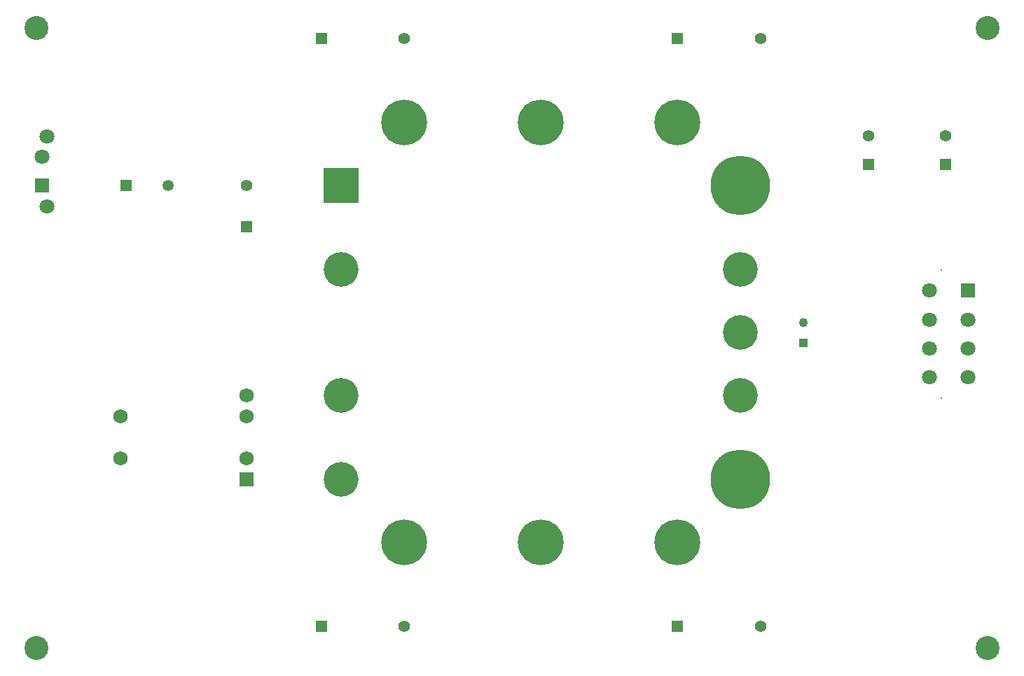
<source format=gbs>
G04 Layer_Color=16711935*
%FSLAX25Y25*%
%MOIN*%
G70*
G01*
G75*
%ADD53C,0.06800*%
%ADD54R,0.05524X0.05524*%
%ADD55C,0.05524*%
%ADD56R,0.06800X0.06800*%
%ADD57C,0.05300*%
%ADD58R,0.05300X0.05300*%
%ADD59R,0.05524X0.05524*%
%ADD60R,0.04343X0.04343*%
%ADD61C,0.04343*%
%ADD62R,0.07099X0.07099*%
%ADD63C,0.07099*%
%ADD64C,0.00800*%
%ADD65C,0.11430*%
%ADD66C,0.21800*%
%ADD67C,0.28359*%
%ADD68C,0.16548*%
%ADD69R,0.16548X0.16548*%
D53*
X-105000Y-130000D02*
D03*
Y-110000D02*
D03*
X-45000Y-100000D02*
D03*
Y-110000D02*
D03*
Y-130000D02*
D03*
D54*
Y-19685D02*
D03*
X251000Y10000D02*
D03*
X287500Y10000D02*
D03*
D55*
X-45000Y0D02*
D03*
X30000Y70000D02*
D03*
X199370D02*
D03*
X251000Y23779D02*
D03*
X287500Y23779D02*
D03*
X30000Y-210000D02*
D03*
X199370D02*
D03*
D56*
X-45000Y-140000D02*
D03*
D57*
X-82500Y0D02*
D03*
D58*
X-102500D02*
D03*
D59*
X-9370Y70000D02*
D03*
X160000D02*
D03*
X-9370Y-210000D02*
D03*
X160000D02*
D03*
D60*
X220000Y-75000D02*
D03*
D61*
Y-65158D02*
D03*
D62*
X-142500Y0D02*
D03*
X298110Y-50000D02*
D03*
D63*
X-142500Y13780D02*
D03*
X-140020Y-9843D02*
D03*
Y23622D02*
D03*
X280000Y-50000D02*
D03*
Y-63779D02*
D03*
Y-77559D02*
D03*
X298110D02*
D03*
Y-63779D02*
D03*
Y-91339D02*
D03*
X280000D02*
D03*
D64*
X285591Y-101181D02*
D03*
Y-40157D02*
D03*
D65*
X-145158Y-220158D02*
D03*
Y75118D02*
D03*
X307598D02*
D03*
Y-220158D02*
D03*
D66*
X95000Y-170000D02*
D03*
Y30000D02*
D03*
X30000Y-170000D02*
D03*
X160000D02*
D03*
Y30000D02*
D03*
X30000D02*
D03*
D67*
X190000Y0D02*
D03*
Y-140000D02*
D03*
D68*
Y-40000D02*
D03*
Y-70000D02*
D03*
Y-100000D02*
D03*
X0Y-140000D02*
D03*
Y-100000D02*
D03*
Y-40000D02*
D03*
D69*
Y0D02*
D03*
M02*

</source>
